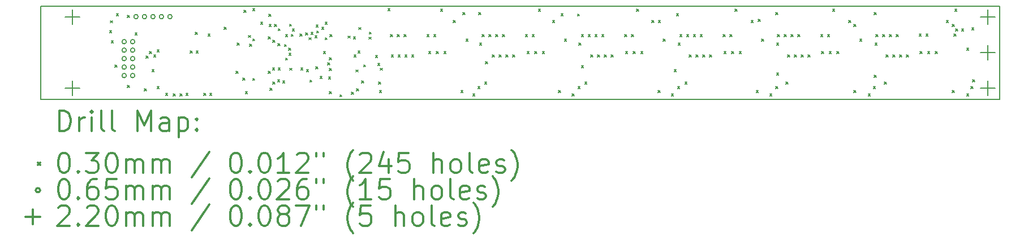
<source format=gbr>
%FSLAX45Y45*%
G04 Gerber Fmt 4.5, Leading zero omitted, Abs format (unit mm)*
G04 Created by KiCad (PCBNEW no-vcs-found-8f3423b~58~ubuntu16.04.1) date Thu Mar 30 22:47:30 2017*
%MOMM*%
%LPD*%
G01*
G04 APERTURE LIST*
%ADD10C,0.127000*%
%ADD11C,0.150000*%
%ADD12C,0.200000*%
%ADD13C,0.300000*%
G04 APERTURE END LIST*
D10*
D11*
X17800000Y-10698500D02*
X3450000Y-10698500D01*
X3450000Y-9301500D02*
X17800000Y-9301500D01*
X15838200Y-10698500D02*
X13818900Y-10698500D01*
X13844300Y-9301500D02*
X15838200Y-9301500D01*
X3450000Y-9301500D02*
X3450000Y-10698500D01*
X17800000Y-10698500D02*
X17800000Y-9301500D01*
D12*
X4482100Y-9667500D02*
X4512100Y-9697500D01*
X4512100Y-9667500D02*
X4482100Y-9697500D01*
X4497340Y-9522720D02*
X4527340Y-9552720D01*
X4527340Y-9522720D02*
X4497340Y-9552720D01*
X4507500Y-9819900D02*
X4537500Y-9849900D01*
X4537500Y-9819900D02*
X4507500Y-9849900D01*
X4560840Y-10188200D02*
X4590840Y-10218200D01*
X4590840Y-10188200D02*
X4560840Y-10218200D01*
X4583700Y-9413500D02*
X4613700Y-9443500D01*
X4613700Y-9413500D02*
X4583700Y-9443500D01*
X4748800Y-9438900D02*
X4778800Y-9468900D01*
X4778800Y-9438900D02*
X4748800Y-9468900D01*
X4748800Y-10493000D02*
X4778800Y-10523000D01*
X4778800Y-10493000D02*
X4748800Y-10523000D01*
X4863100Y-9705600D02*
X4893100Y-9735600D01*
X4893100Y-9705600D02*
X4863100Y-9735600D01*
X5002800Y-10543800D02*
X5032800Y-10573800D01*
X5032800Y-10543800D02*
X5002800Y-10573800D01*
X5028200Y-10048500D02*
X5058200Y-10078500D01*
X5058200Y-10048500D02*
X5028200Y-10078500D01*
X5079000Y-9985000D02*
X5109000Y-10015000D01*
X5109000Y-9985000D02*
X5079000Y-10015000D01*
X5117100Y-10251700D02*
X5147100Y-10281700D01*
X5147100Y-10251700D02*
X5117100Y-10281700D01*
X5142500Y-10035800D02*
X5172500Y-10065800D01*
X5172500Y-10035800D02*
X5142500Y-10065800D01*
X5193300Y-9959600D02*
X5223300Y-9989600D01*
X5223300Y-9959600D02*
X5193300Y-9989600D01*
X5193300Y-10505700D02*
X5223300Y-10535700D01*
X5223300Y-10505700D02*
X5193300Y-10535700D01*
X5320300Y-10607300D02*
X5350300Y-10637300D01*
X5350300Y-10607300D02*
X5320300Y-10637300D01*
X5434600Y-10620000D02*
X5464600Y-10650000D01*
X5464600Y-10620000D02*
X5434600Y-10650000D01*
X5536200Y-10620000D02*
X5566200Y-10650000D01*
X5566200Y-10620000D02*
X5536200Y-10650000D01*
X5625100Y-10607300D02*
X5655100Y-10637300D01*
X5655100Y-10607300D02*
X5625100Y-10637300D01*
X5688600Y-9972300D02*
X5718600Y-10002300D01*
X5718600Y-9972300D02*
X5688600Y-10002300D01*
X5764800Y-9692900D02*
X5794800Y-9722900D01*
X5794800Y-9692900D02*
X5764800Y-9722900D01*
X5777500Y-9972300D02*
X5807500Y-10002300D01*
X5807500Y-9972300D02*
X5777500Y-10002300D01*
X5891800Y-10607300D02*
X5921800Y-10637300D01*
X5921800Y-10607300D02*
X5891800Y-10637300D01*
X5955300Y-9718300D02*
X5985300Y-9748300D01*
X5985300Y-9718300D02*
X5955300Y-9748300D01*
X5980700Y-10607300D02*
X6010700Y-10637300D01*
X6010700Y-10607300D02*
X5980700Y-10637300D01*
X6196600Y-9616700D02*
X6226600Y-9646700D01*
X6226600Y-9616700D02*
X6196600Y-9646700D01*
X6374400Y-10277100D02*
X6404400Y-10307100D01*
X6404400Y-10277100D02*
X6374400Y-10307100D01*
X6393450Y-9858000D02*
X6423450Y-9888000D01*
X6423450Y-9858000D02*
X6393450Y-9888000D01*
X6476000Y-10378700D02*
X6506000Y-10408700D01*
X6506000Y-10378700D02*
X6476000Y-10408700D01*
X6493780Y-9365240D02*
X6523780Y-9395240D01*
X6523780Y-9365240D02*
X6493780Y-9395240D01*
X6514100Y-10581900D02*
X6544100Y-10611900D01*
X6544100Y-10581900D02*
X6514100Y-10611900D01*
X6562360Y-9741160D02*
X6592360Y-9771160D01*
X6592360Y-9741160D02*
X6562360Y-9771160D01*
X6577600Y-9870700D02*
X6607600Y-9900700D01*
X6607600Y-9870700D02*
X6577600Y-9900700D01*
X6623320Y-9791960D02*
X6653320Y-9821960D01*
X6653320Y-9791960D02*
X6623320Y-9821960D01*
X6623320Y-10386320D02*
X6653320Y-10416320D01*
X6653320Y-10386320D02*
X6623320Y-10416320D01*
X6625860Y-9337300D02*
X6655860Y-9367300D01*
X6655860Y-9337300D02*
X6625860Y-9367300D01*
X6742700Y-9540500D02*
X6772700Y-9570500D01*
X6772700Y-9540500D02*
X6742700Y-9570500D01*
X6857000Y-9762750D02*
X6887000Y-9792750D01*
X6887000Y-9762750D02*
X6857000Y-9792750D01*
X6857000Y-10277100D02*
X6887000Y-10307100D01*
X6887000Y-10277100D02*
X6857000Y-10307100D01*
X6867160Y-9423660D02*
X6897160Y-9453660D01*
X6897160Y-9423660D02*
X6867160Y-9453660D01*
X6869700Y-9578600D02*
X6899700Y-9608600D01*
X6899700Y-9578600D02*
X6869700Y-9608600D01*
X6882400Y-10531100D02*
X6912400Y-10561100D01*
X6912400Y-10531100D02*
X6882400Y-10561100D01*
X6920500Y-10226300D02*
X6950500Y-10256300D01*
X6950500Y-10226300D02*
X6920500Y-10256300D01*
X6926850Y-9813550D02*
X6956850Y-9843550D01*
X6956850Y-9813550D02*
X6926850Y-9843550D01*
X6926850Y-10442200D02*
X6956850Y-10472200D01*
X6956850Y-10442200D02*
X6926850Y-10472200D01*
X6952250Y-9578600D02*
X6982250Y-9608600D01*
X6982250Y-9578600D02*
X6952250Y-9608600D01*
X6996700Y-10404100D02*
X7026700Y-10434100D01*
X7026700Y-10404100D02*
X6996700Y-10434100D01*
X7003050Y-9864350D02*
X7033050Y-9894350D01*
X7033050Y-9864350D02*
X7003050Y-9894350D01*
X7006860Y-9639560D02*
X7036860Y-9669560D01*
X7036860Y-9639560D02*
X7006860Y-9669560D01*
X7006860Y-10228840D02*
X7036860Y-10258840D01*
X7036860Y-10228840D02*
X7006860Y-10258840D01*
X7072900Y-10421880D02*
X7102900Y-10451880D01*
X7102900Y-10421880D02*
X7072900Y-10451880D01*
X7098300Y-9877050D02*
X7128300Y-9907050D01*
X7128300Y-9877050D02*
X7098300Y-9907050D01*
X7117350Y-9731000D02*
X7147350Y-9761000D01*
X7147350Y-9731000D02*
X7117350Y-9761000D01*
X7117350Y-10080250D02*
X7147350Y-10110250D01*
X7147350Y-10080250D02*
X7117350Y-10110250D01*
X7161800Y-9934200D02*
X7191800Y-9964200D01*
X7191800Y-9934200D02*
X7161800Y-9964200D01*
X7168150Y-10010400D02*
X7198150Y-10040400D01*
X7198150Y-10010400D02*
X7168150Y-10040400D01*
X7174500Y-9572250D02*
X7204500Y-9602250D01*
X7204500Y-9572250D02*
X7174500Y-9602250D01*
X7180850Y-10232650D02*
X7210850Y-10262650D01*
X7210850Y-10232650D02*
X7180850Y-10262650D01*
X7199900Y-9724650D02*
X7229900Y-9754650D01*
X7229900Y-9724650D02*
X7199900Y-9754650D01*
X7218950Y-9642100D02*
X7248950Y-9672100D01*
X7248950Y-9642100D02*
X7218950Y-9672100D01*
X7333250Y-9718300D02*
X7363250Y-9748300D01*
X7363250Y-9718300D02*
X7333250Y-9748300D01*
X7345950Y-10226300D02*
X7375950Y-10256300D01*
X7375950Y-10226300D02*
X7345950Y-10256300D01*
X7415800Y-9705600D02*
X7445800Y-9735600D01*
X7445800Y-9705600D02*
X7415800Y-9735600D01*
X7428500Y-10251700D02*
X7458500Y-10281700D01*
X7458500Y-10251700D02*
X7428500Y-10281700D01*
X7466600Y-9775450D02*
X7496600Y-9805450D01*
X7496600Y-9775450D02*
X7466600Y-9805450D01*
X7479300Y-10411720D02*
X7509300Y-10441720D01*
X7509300Y-10411720D02*
X7479300Y-10441720D01*
X7498350Y-9692900D02*
X7528350Y-9722900D01*
X7528350Y-9692900D02*
X7498350Y-9722900D01*
X7555500Y-9746240D02*
X7585500Y-9776240D01*
X7585500Y-9746240D02*
X7555500Y-9776240D01*
X7568200Y-10213600D02*
X7598200Y-10243600D01*
X7598200Y-10213600D02*
X7568200Y-10243600D01*
X7574550Y-9584950D02*
X7604550Y-9614950D01*
X7604550Y-9584950D02*
X7574550Y-9614950D01*
X7580900Y-9673850D02*
X7610900Y-9703850D01*
X7610900Y-9673850D02*
X7580900Y-9703850D01*
X7631700Y-10353300D02*
X7661700Y-10383300D01*
X7661700Y-10353300D02*
X7631700Y-10383300D01*
X7657100Y-9616700D02*
X7687100Y-9646700D01*
X7687100Y-9616700D02*
X7657100Y-9646700D01*
X7682500Y-9985000D02*
X7712500Y-10015000D01*
X7712500Y-9985000D02*
X7682500Y-10015000D01*
X7707900Y-9540500D02*
X7737900Y-9570500D01*
X7737900Y-9540500D02*
X7707900Y-9570500D01*
X7707900Y-9776720D02*
X7737900Y-9806720D01*
X7737900Y-9776720D02*
X7707900Y-9806720D01*
X7746000Y-10150100D02*
X7776000Y-10180100D01*
X7776000Y-10150100D02*
X7746000Y-10180100D01*
X7758700Y-10366000D02*
X7788700Y-10396000D01*
X7788700Y-10366000D02*
X7758700Y-10396000D01*
X7771400Y-10073900D02*
X7801400Y-10103900D01*
X7801400Y-10073900D02*
X7771400Y-10103900D01*
X7771400Y-10239000D02*
X7801400Y-10269000D01*
X7801400Y-10239000D02*
X7771400Y-10269000D01*
X7771400Y-10581900D02*
X7801400Y-10611900D01*
X7801400Y-10581900D02*
X7771400Y-10611900D01*
X7779020Y-9730130D02*
X7809020Y-9760130D01*
X7809020Y-9730130D02*
X7779020Y-9760130D01*
X7928880Y-10630160D02*
X7958880Y-10660160D01*
X7958880Y-10630160D02*
X7928880Y-10660160D01*
X8050800Y-9751320D02*
X8080800Y-9781320D01*
X8080800Y-9751320D02*
X8050800Y-9781320D01*
X8101600Y-10594600D02*
X8131600Y-10624600D01*
X8131600Y-10594600D02*
X8101600Y-10624600D01*
X8132080Y-9761480D02*
X8162080Y-9791480D01*
X8162080Y-9761480D02*
X8132080Y-9791480D01*
X8139700Y-10035800D02*
X8169700Y-10065800D01*
X8169700Y-10035800D02*
X8139700Y-10065800D01*
X8171450Y-10258050D02*
X8201450Y-10288050D01*
X8201450Y-10258050D02*
X8171450Y-10288050D01*
X8177800Y-10543800D02*
X8207800Y-10573800D01*
X8207800Y-10543800D02*
X8177800Y-10573800D01*
X8198120Y-9974840D02*
X8228120Y-10004840D01*
X8228120Y-9974840D02*
X8198120Y-10004840D01*
X8213360Y-9624320D02*
X8243360Y-9654320D01*
X8243360Y-9624320D02*
X8213360Y-9654320D01*
X8254000Y-10423150D02*
X8284000Y-10453150D01*
X8284000Y-10423150D02*
X8254000Y-10453150D01*
X8285750Y-10181850D02*
X8315750Y-10211850D01*
X8315750Y-10181850D02*
X8285750Y-10211850D01*
X8365760Y-9766560D02*
X8395760Y-9796560D01*
X8395760Y-9766560D02*
X8365760Y-9796560D01*
X8368300Y-9690360D02*
X8398300Y-9720360D01*
X8398300Y-9690360D02*
X8368300Y-9720360D01*
X8462280Y-10040880D02*
X8492280Y-10070880D01*
X8492280Y-10040880D02*
X8462280Y-10070880D01*
X8495300Y-10162800D02*
X8525300Y-10192800D01*
X8525300Y-10162800D02*
X8495300Y-10192800D01*
X8508000Y-10442200D02*
X8538000Y-10472200D01*
X8538000Y-10442200D02*
X8508000Y-10472200D01*
X8520700Y-10569200D02*
X8550700Y-10599200D01*
X8550700Y-10569200D02*
X8520700Y-10599200D01*
X8533400Y-10232650D02*
X8563400Y-10262650D01*
X8563400Y-10232650D02*
X8533400Y-10262650D01*
X8647700Y-9337300D02*
X8677700Y-9367300D01*
X8677700Y-9337300D02*
X8647700Y-9367300D01*
X8685800Y-9731000D02*
X8715800Y-9761000D01*
X8715800Y-9731000D02*
X8685800Y-9761000D01*
X8698500Y-10035800D02*
X8728500Y-10065800D01*
X8728500Y-10035800D02*
X8698500Y-10065800D01*
X8787400Y-9731000D02*
X8817400Y-9761000D01*
X8817400Y-9731000D02*
X8787400Y-9761000D01*
X8800100Y-10035800D02*
X8830100Y-10065800D01*
X8830100Y-10035800D02*
X8800100Y-10065800D01*
X8889000Y-9731000D02*
X8919000Y-9761000D01*
X8919000Y-9731000D02*
X8889000Y-9761000D01*
X8901700Y-10035800D02*
X8931700Y-10065800D01*
X8931700Y-10035800D02*
X8901700Y-10065800D01*
X9003300Y-10035800D02*
X9033300Y-10065800D01*
X9033300Y-10035800D02*
X9003300Y-10065800D01*
X9231900Y-9731000D02*
X9261900Y-9761000D01*
X9261900Y-9731000D02*
X9231900Y-9761000D01*
X9257300Y-9985000D02*
X9287300Y-10015000D01*
X9287300Y-9985000D02*
X9257300Y-10015000D01*
X9333500Y-9731000D02*
X9363500Y-9761000D01*
X9363500Y-9731000D02*
X9333500Y-9761000D01*
X9371600Y-9985000D02*
X9401600Y-10015000D01*
X9401600Y-9985000D02*
X9371600Y-10015000D01*
X9435100Y-9350000D02*
X9465100Y-9380000D01*
X9465100Y-9350000D02*
X9435100Y-9380000D01*
X9485900Y-9985000D02*
X9515900Y-10015000D01*
X9515900Y-9985000D02*
X9485900Y-10015000D01*
X9625600Y-9515100D02*
X9655600Y-9545100D01*
X9655600Y-9515100D02*
X9625600Y-9545100D01*
X9739900Y-10569200D02*
X9769900Y-10599200D01*
X9769900Y-10569200D02*
X9739900Y-10599200D01*
X9771650Y-9400800D02*
X9801650Y-9430800D01*
X9801650Y-9400800D02*
X9771650Y-9430800D01*
X9816100Y-9794500D02*
X9846100Y-9824500D01*
X9846100Y-9794500D02*
X9816100Y-9824500D01*
X9917700Y-10620000D02*
X9947700Y-10650000D01*
X9947700Y-10620000D02*
X9917700Y-10650000D01*
X9993900Y-10505700D02*
X10023900Y-10535700D01*
X10023900Y-10505700D02*
X9993900Y-10535700D01*
X10006600Y-9400800D02*
X10036600Y-9430800D01*
X10036600Y-9400800D02*
X10006600Y-9430800D01*
X10019300Y-9858000D02*
X10049300Y-9888000D01*
X10049300Y-9858000D02*
X10019300Y-9888000D01*
X10057400Y-9731000D02*
X10087400Y-9761000D01*
X10087400Y-9731000D02*
X10057400Y-9761000D01*
X10095500Y-10442200D02*
X10125500Y-10472200D01*
X10125500Y-10442200D02*
X10095500Y-10472200D01*
X10108200Y-10137400D02*
X10138200Y-10167400D01*
X10138200Y-10137400D02*
X10108200Y-10167400D01*
X10159000Y-9731000D02*
X10189000Y-9761000D01*
X10189000Y-9731000D02*
X10159000Y-9761000D01*
X10209800Y-10035800D02*
X10239800Y-10065800D01*
X10239800Y-10035800D02*
X10209800Y-10065800D01*
X10260600Y-9731000D02*
X10290600Y-9761000D01*
X10290600Y-9731000D02*
X10260600Y-9761000D01*
X10311400Y-10035800D02*
X10341400Y-10065800D01*
X10341400Y-10035800D02*
X10311400Y-10065800D01*
X10362200Y-9731000D02*
X10392200Y-9761000D01*
X10392200Y-9731000D02*
X10362200Y-9761000D01*
X10413000Y-10035800D02*
X10443000Y-10065800D01*
X10443000Y-10035800D02*
X10413000Y-10065800D01*
X10514600Y-10035800D02*
X10544600Y-10065800D01*
X10544600Y-10035800D02*
X10514600Y-10065800D01*
X10705100Y-9731000D02*
X10735100Y-9761000D01*
X10735100Y-9731000D02*
X10705100Y-9761000D01*
X10730500Y-9985000D02*
X10760500Y-10015000D01*
X10760500Y-9985000D02*
X10730500Y-10015000D01*
X10806700Y-9731000D02*
X10836700Y-9761000D01*
X10836700Y-9731000D02*
X10806700Y-9761000D01*
X10844800Y-9985000D02*
X10874800Y-10015000D01*
X10874800Y-9985000D02*
X10844800Y-10015000D01*
X10901950Y-9350000D02*
X10931950Y-9380000D01*
X10931950Y-9350000D02*
X10901950Y-9380000D01*
X10959100Y-9985000D02*
X10989100Y-10015000D01*
X10989100Y-9985000D02*
X10959100Y-10015000D01*
X11111500Y-9515100D02*
X11141500Y-9545100D01*
X11141500Y-9515100D02*
X11111500Y-9545100D01*
X11200400Y-10569200D02*
X11230400Y-10599200D01*
X11230400Y-10569200D02*
X11200400Y-10599200D01*
X11238500Y-9413500D02*
X11268500Y-9443500D01*
X11268500Y-9413500D02*
X11238500Y-9443500D01*
X11289300Y-9794500D02*
X11319300Y-9824500D01*
X11319300Y-9794500D02*
X11289300Y-9824500D01*
X11403600Y-10620000D02*
X11433600Y-10650000D01*
X11433600Y-10620000D02*
X11403600Y-10650000D01*
X11486150Y-9419850D02*
X11516150Y-9449850D01*
X11516150Y-9419850D02*
X11486150Y-9449850D01*
X11492500Y-10505700D02*
X11522500Y-10535700D01*
X11522500Y-10505700D02*
X11492500Y-10535700D01*
X11505200Y-9858000D02*
X11535200Y-9888000D01*
X11535200Y-9858000D02*
X11505200Y-9888000D01*
X11543300Y-9731000D02*
X11573300Y-9761000D01*
X11573300Y-9731000D02*
X11543300Y-9761000D01*
X11543300Y-10194550D02*
X11573300Y-10224550D01*
X11573300Y-10194550D02*
X11543300Y-10224550D01*
X11594100Y-10442200D02*
X11624100Y-10472200D01*
X11624100Y-10442200D02*
X11594100Y-10472200D01*
X11644900Y-9731000D02*
X11674900Y-9761000D01*
X11674900Y-9731000D02*
X11644900Y-9761000D01*
X11683000Y-10035800D02*
X11713000Y-10065800D01*
X11713000Y-10035800D02*
X11683000Y-10065800D01*
X11746500Y-9731000D02*
X11776500Y-9761000D01*
X11776500Y-9731000D02*
X11746500Y-9761000D01*
X11784600Y-10035800D02*
X11814600Y-10065800D01*
X11814600Y-10035800D02*
X11784600Y-10065800D01*
X11848100Y-9731000D02*
X11878100Y-9761000D01*
X11878100Y-9731000D02*
X11848100Y-9761000D01*
X11886200Y-10035800D02*
X11916200Y-10065800D01*
X11916200Y-10035800D02*
X11886200Y-10065800D01*
X11987800Y-10035800D02*
X12017800Y-10065800D01*
X12017800Y-10035800D02*
X11987800Y-10065800D01*
X12191000Y-9731000D02*
X12221000Y-9761000D01*
X12221000Y-9731000D02*
X12191000Y-9761000D01*
X12203700Y-9985000D02*
X12233700Y-10015000D01*
X12233700Y-9985000D02*
X12203700Y-10015000D01*
X12292600Y-9731000D02*
X12322600Y-9761000D01*
X12322600Y-9731000D02*
X12292600Y-9761000D01*
X12318000Y-9985000D02*
X12348000Y-10015000D01*
X12348000Y-9985000D02*
X12318000Y-10015000D01*
X12368800Y-9350000D02*
X12398800Y-9380000D01*
X12398800Y-9350000D02*
X12368800Y-9380000D01*
X12432300Y-9985000D02*
X12462300Y-10015000D01*
X12462300Y-9985000D02*
X12432300Y-10015000D01*
X12597400Y-9515100D02*
X12627400Y-9545100D01*
X12627400Y-9515100D02*
X12597400Y-9545100D01*
X12692650Y-10569200D02*
X12722650Y-10599200D01*
X12722650Y-10569200D02*
X12692650Y-10599200D01*
X12693920Y-9515100D02*
X12723920Y-9545100D01*
X12723920Y-9515100D02*
X12693920Y-9545100D01*
X12768850Y-9794500D02*
X12798850Y-9824500D01*
X12798850Y-9794500D02*
X12768850Y-9824500D01*
X12889500Y-10620000D02*
X12919500Y-10650000D01*
X12919500Y-10620000D02*
X12889500Y-10650000D01*
X12933950Y-10251700D02*
X12963950Y-10281700D01*
X12963950Y-10251700D02*
X12933950Y-10281700D01*
X12965700Y-9413500D02*
X12995700Y-9443500D01*
X12995700Y-9413500D02*
X12965700Y-9443500D01*
X12984750Y-10505700D02*
X13014750Y-10535700D01*
X13014750Y-10505700D02*
X12984750Y-10535700D01*
X12991100Y-9858000D02*
X13021100Y-9888000D01*
X13021100Y-9858000D02*
X12991100Y-9888000D01*
X13016500Y-9731000D02*
X13046500Y-9761000D01*
X13046500Y-9731000D02*
X13016500Y-9761000D01*
X13092700Y-10442200D02*
X13122700Y-10472200D01*
X13122700Y-10442200D02*
X13092700Y-10472200D01*
X13118100Y-9731000D02*
X13148100Y-9761000D01*
X13148100Y-9731000D02*
X13118100Y-9761000D01*
X13156200Y-10035800D02*
X13186200Y-10065800D01*
X13186200Y-10035800D02*
X13156200Y-10065800D01*
X13219700Y-9731000D02*
X13249700Y-9761000D01*
X13249700Y-9731000D02*
X13219700Y-9761000D01*
X13257800Y-10035800D02*
X13287800Y-10065800D01*
X13287800Y-10035800D02*
X13257800Y-10065800D01*
X13321300Y-9731000D02*
X13351300Y-9761000D01*
X13351300Y-9731000D02*
X13321300Y-9761000D01*
X13359400Y-10035800D02*
X13389400Y-10065800D01*
X13389400Y-10035800D02*
X13359400Y-10065800D01*
X13461000Y-10035800D02*
X13491000Y-10065800D01*
X13491000Y-10035800D02*
X13461000Y-10065800D01*
X13664200Y-9731000D02*
X13694200Y-9761000D01*
X13694200Y-9731000D02*
X13664200Y-9761000D01*
X13676900Y-9985000D02*
X13706900Y-10015000D01*
X13706900Y-9985000D02*
X13676900Y-10015000D01*
X13765800Y-9731000D02*
X13795800Y-9761000D01*
X13795800Y-9731000D02*
X13765800Y-9761000D01*
X13791200Y-9985000D02*
X13821200Y-10015000D01*
X13821200Y-9985000D02*
X13791200Y-10015000D01*
X13842000Y-9350000D02*
X13872000Y-9380000D01*
X13872000Y-9350000D02*
X13842000Y-9380000D01*
X13905500Y-9985000D02*
X13935500Y-10015000D01*
X13935500Y-9985000D02*
X13905500Y-10015000D01*
X14083300Y-9515100D02*
X14113300Y-9545100D01*
X14113300Y-9515100D02*
X14083300Y-9545100D01*
X14159500Y-10569200D02*
X14189500Y-10599200D01*
X14189500Y-10569200D02*
X14159500Y-10599200D01*
X14189980Y-9499860D02*
X14219980Y-9529860D01*
X14219980Y-9499860D02*
X14189980Y-9529860D01*
X14242050Y-9794500D02*
X14272050Y-9824500D01*
X14272050Y-9794500D02*
X14242050Y-9824500D01*
X14362700Y-10620000D02*
X14392700Y-10650000D01*
X14392700Y-10620000D02*
X14362700Y-10650000D01*
X14451600Y-9400800D02*
X14481600Y-9430800D01*
X14481600Y-9400800D02*
X14451600Y-9430800D01*
X14451600Y-10505700D02*
X14481600Y-10535700D01*
X14481600Y-10505700D02*
X14451600Y-10535700D01*
X14464300Y-9858000D02*
X14494300Y-9888000D01*
X14494300Y-9858000D02*
X14464300Y-9888000D01*
X14464300Y-10302500D02*
X14494300Y-10332500D01*
X14494300Y-10302500D02*
X14464300Y-10332500D01*
X14477000Y-9731000D02*
X14507000Y-9761000D01*
X14507000Y-9731000D02*
X14477000Y-9761000D01*
X14578600Y-9731000D02*
X14608600Y-9761000D01*
X14608600Y-9731000D02*
X14578600Y-9761000D01*
X14604000Y-10442200D02*
X14634000Y-10472200D01*
X14634000Y-10442200D02*
X14604000Y-10472200D01*
X14629400Y-10035800D02*
X14659400Y-10065800D01*
X14659400Y-10035800D02*
X14629400Y-10065800D01*
X14680200Y-9731000D02*
X14710200Y-9761000D01*
X14710200Y-9731000D02*
X14680200Y-9761000D01*
X14731000Y-10035800D02*
X14761000Y-10065800D01*
X14761000Y-10035800D02*
X14731000Y-10065800D01*
X14781800Y-9731000D02*
X14811800Y-9761000D01*
X14811800Y-9731000D02*
X14781800Y-9761000D01*
X14832600Y-10035800D02*
X14862600Y-10065800D01*
X14862600Y-10035800D02*
X14832600Y-10065800D01*
X14934200Y-10035800D02*
X14964200Y-10065800D01*
X14964200Y-10035800D02*
X14934200Y-10065800D01*
X15124700Y-9731000D02*
X15154700Y-9761000D01*
X15154700Y-9731000D02*
X15124700Y-9761000D01*
X15137400Y-9985000D02*
X15167400Y-10015000D01*
X15167400Y-9985000D02*
X15137400Y-10015000D01*
X15226300Y-9731000D02*
X15256300Y-9761000D01*
X15256300Y-9731000D02*
X15226300Y-9761000D01*
X15251700Y-9985000D02*
X15281700Y-10015000D01*
X15281700Y-9985000D02*
X15251700Y-10015000D01*
X15302500Y-9350000D02*
X15332500Y-9380000D01*
X15332500Y-9350000D02*
X15302500Y-9380000D01*
X15366000Y-9985000D02*
X15396000Y-10015000D01*
X15396000Y-9985000D02*
X15366000Y-10015000D01*
X15543800Y-9515100D02*
X15573800Y-9545100D01*
X15573800Y-9515100D02*
X15543800Y-9545100D01*
X15620000Y-9578600D02*
X15650000Y-9608600D01*
X15650000Y-9578600D02*
X15620000Y-9608600D01*
X15620000Y-10569200D02*
X15650000Y-10599200D01*
X15650000Y-10569200D02*
X15620000Y-10599200D01*
X15708900Y-9794500D02*
X15738900Y-9824500D01*
X15738900Y-9794500D02*
X15708900Y-9824500D01*
X15835900Y-10620000D02*
X15865900Y-10650000D01*
X15865900Y-10620000D02*
X15835900Y-10650000D01*
X15912100Y-10505700D02*
X15942100Y-10535700D01*
X15942100Y-10505700D02*
X15912100Y-10535700D01*
X15924800Y-9400800D02*
X15954800Y-9430800D01*
X15954800Y-9400800D02*
X15924800Y-9430800D01*
X15924800Y-10340600D02*
X15954800Y-10370600D01*
X15954800Y-10340600D02*
X15924800Y-10370600D01*
X15937500Y-9858000D02*
X15967500Y-9888000D01*
X15967500Y-9858000D02*
X15937500Y-9888000D01*
X15950200Y-9731000D02*
X15980200Y-9761000D01*
X15980200Y-9731000D02*
X15950200Y-9761000D01*
X16051800Y-9731000D02*
X16081800Y-9761000D01*
X16081800Y-9731000D02*
X16051800Y-9761000D01*
X16077200Y-10442200D02*
X16107200Y-10472200D01*
X16107200Y-10442200D02*
X16077200Y-10472200D01*
X16102600Y-10035800D02*
X16132600Y-10065800D01*
X16132600Y-10035800D02*
X16102600Y-10065800D01*
X16153400Y-9731000D02*
X16183400Y-9761000D01*
X16183400Y-9731000D02*
X16153400Y-9761000D01*
X16204200Y-10035800D02*
X16234200Y-10065800D01*
X16234200Y-10035800D02*
X16204200Y-10065800D01*
X16255000Y-9731000D02*
X16285000Y-9761000D01*
X16285000Y-9731000D02*
X16255000Y-9761000D01*
X16305800Y-10035800D02*
X16335800Y-10065800D01*
X16335800Y-10035800D02*
X16305800Y-10065800D01*
X16407400Y-10035800D02*
X16437400Y-10065800D01*
X16437400Y-10035800D02*
X16407400Y-10065800D01*
X16597900Y-9718300D02*
X16627900Y-9748300D01*
X16627900Y-9718300D02*
X16597900Y-9748300D01*
X16610600Y-9985000D02*
X16640600Y-10015000D01*
X16640600Y-9985000D02*
X16610600Y-10015000D01*
X16699500Y-9718300D02*
X16729500Y-9748300D01*
X16729500Y-9718300D02*
X16699500Y-9748300D01*
X16724900Y-9985000D02*
X16754900Y-10015000D01*
X16754900Y-9985000D02*
X16724900Y-10015000D01*
X16839200Y-9985000D02*
X16869200Y-10015000D01*
X16869200Y-9985000D02*
X16839200Y-10015000D01*
X17004300Y-9515100D02*
X17034300Y-9545100D01*
X17034300Y-9515100D02*
X17004300Y-9545100D01*
X17093200Y-9578600D02*
X17123200Y-9608600D01*
X17123200Y-9578600D02*
X17093200Y-9608600D01*
X17093200Y-10569200D02*
X17123200Y-10599200D01*
X17123200Y-10569200D02*
X17093200Y-10599200D01*
X17118600Y-9718300D02*
X17148600Y-9748300D01*
X17148600Y-9718300D02*
X17118600Y-9748300D01*
X17131300Y-9350000D02*
X17161300Y-9380000D01*
X17161300Y-9350000D02*
X17131300Y-9380000D01*
X17144000Y-9642100D02*
X17174000Y-9672100D01*
X17174000Y-9642100D02*
X17144000Y-9672100D01*
X17232900Y-9642100D02*
X17262900Y-9672100D01*
X17262900Y-9642100D02*
X17232900Y-9672100D01*
X17309100Y-9934200D02*
X17339100Y-9964200D01*
X17339100Y-9934200D02*
X17309100Y-9964200D01*
X17309100Y-10620000D02*
X17339100Y-10650000D01*
X17339100Y-10620000D02*
X17309100Y-10650000D01*
X17372600Y-10505700D02*
X17402600Y-10535700D01*
X17402600Y-10505700D02*
X17372600Y-10535700D01*
X17385300Y-9629400D02*
X17415300Y-9659400D01*
X17415300Y-9629400D02*
X17385300Y-9659400D01*
X17398000Y-10404100D02*
X17428000Y-10434100D01*
X17428000Y-10404100D02*
X17398000Y-10434100D01*
X4732800Y-9834900D02*
G75*
G03X4732800Y-9834900I-32500J0D01*
G01*
X4732800Y-9961900D02*
G75*
G03X4732800Y-9961900I-32500J0D01*
G01*
X4732800Y-10088900D02*
G75*
G03X4732800Y-10088900I-32500J0D01*
G01*
X4732800Y-10215900D02*
G75*
G03X4732800Y-10215900I-32500J0D01*
G01*
X4732800Y-10342900D02*
G75*
G03X4732800Y-10342900I-32500J0D01*
G01*
X4859800Y-9834900D02*
G75*
G03X4859800Y-9834900I-32500J0D01*
G01*
X4859800Y-9961900D02*
G75*
G03X4859800Y-9961900I-32500J0D01*
G01*
X4859800Y-10088900D02*
G75*
G03X4859800Y-10088900I-32500J0D01*
G01*
X4859800Y-10215900D02*
G75*
G03X4859800Y-10215900I-32500J0D01*
G01*
X4859800Y-10342900D02*
G75*
G03X4859800Y-10342900I-32500J0D01*
G01*
X4910600Y-9460250D02*
G75*
G03X4910600Y-9460250I-32500J0D01*
G01*
X5037600Y-9460250D02*
G75*
G03X5037600Y-9460250I-32500J0D01*
G01*
X5164600Y-9460250D02*
G75*
G03X5164600Y-9460250I-32500J0D01*
G01*
X5291600Y-9460250D02*
G75*
G03X5291600Y-9460250I-32500J0D01*
G01*
X5418600Y-9460250D02*
G75*
G03X5418600Y-9460250I-32500J0D01*
G01*
X3925600Y-9356600D02*
X3925600Y-9576600D01*
X3815600Y-9466600D02*
X4035600Y-9466600D01*
X3925600Y-10423400D02*
X3925600Y-10643400D01*
X3815600Y-10533400D02*
X4035600Y-10533400D01*
X17628900Y-9356600D02*
X17628900Y-9576600D01*
X17518900Y-9466600D02*
X17738900Y-9466600D01*
X17628900Y-9890000D02*
X17628900Y-10110000D01*
X17518900Y-10000000D02*
X17738900Y-10000000D01*
X17628900Y-10423400D02*
X17628900Y-10643400D01*
X17518900Y-10533400D02*
X17738900Y-10533400D01*
D13*
X3728928Y-11171714D02*
X3728928Y-10871714D01*
X3800357Y-10871714D01*
X3843214Y-10886000D01*
X3871786Y-10914572D01*
X3886071Y-10943143D01*
X3900357Y-11000286D01*
X3900357Y-11043143D01*
X3886071Y-11100286D01*
X3871786Y-11128857D01*
X3843214Y-11157429D01*
X3800357Y-11171714D01*
X3728928Y-11171714D01*
X4028928Y-11171714D02*
X4028928Y-10971714D01*
X4028928Y-11028857D02*
X4043214Y-11000286D01*
X4057500Y-10986000D01*
X4086071Y-10971714D01*
X4114643Y-10971714D01*
X4214643Y-11171714D02*
X4214643Y-10971714D01*
X4214643Y-10871714D02*
X4200357Y-10886000D01*
X4214643Y-10900286D01*
X4228928Y-10886000D01*
X4214643Y-10871714D01*
X4214643Y-10900286D01*
X4400357Y-11171714D02*
X4371786Y-11157429D01*
X4357500Y-11128857D01*
X4357500Y-10871714D01*
X4557500Y-11171714D02*
X4528928Y-11157429D01*
X4514643Y-11128857D01*
X4514643Y-10871714D01*
X4900357Y-11171714D02*
X4900357Y-10871714D01*
X5000357Y-11086000D01*
X5100357Y-10871714D01*
X5100357Y-11171714D01*
X5371786Y-11171714D02*
X5371786Y-11014572D01*
X5357500Y-10986000D01*
X5328928Y-10971714D01*
X5271786Y-10971714D01*
X5243214Y-10986000D01*
X5371786Y-11157429D02*
X5343214Y-11171714D01*
X5271786Y-11171714D01*
X5243214Y-11157429D01*
X5228928Y-11128857D01*
X5228928Y-11100286D01*
X5243214Y-11071714D01*
X5271786Y-11057429D01*
X5343214Y-11057429D01*
X5371786Y-11043143D01*
X5514643Y-10971714D02*
X5514643Y-11271714D01*
X5514643Y-10986000D02*
X5543214Y-10971714D01*
X5600357Y-10971714D01*
X5628928Y-10986000D01*
X5643214Y-11000286D01*
X5657500Y-11028857D01*
X5657500Y-11114572D01*
X5643214Y-11143143D01*
X5628928Y-11157429D01*
X5600357Y-11171714D01*
X5543214Y-11171714D01*
X5514643Y-11157429D01*
X5786071Y-11143143D02*
X5800357Y-11157429D01*
X5786071Y-11171714D01*
X5771786Y-11157429D01*
X5786071Y-11143143D01*
X5786071Y-11171714D01*
X5786071Y-10986000D02*
X5800357Y-11000286D01*
X5786071Y-11014572D01*
X5771786Y-11000286D01*
X5786071Y-10986000D01*
X5786071Y-11014572D01*
X3412500Y-11651000D02*
X3442500Y-11681000D01*
X3442500Y-11651000D02*
X3412500Y-11681000D01*
X3786071Y-11501714D02*
X3814643Y-11501714D01*
X3843214Y-11516000D01*
X3857500Y-11530286D01*
X3871786Y-11558857D01*
X3886071Y-11616000D01*
X3886071Y-11687429D01*
X3871786Y-11744571D01*
X3857500Y-11773143D01*
X3843214Y-11787429D01*
X3814643Y-11801714D01*
X3786071Y-11801714D01*
X3757500Y-11787429D01*
X3743214Y-11773143D01*
X3728928Y-11744571D01*
X3714643Y-11687429D01*
X3714643Y-11616000D01*
X3728928Y-11558857D01*
X3743214Y-11530286D01*
X3757500Y-11516000D01*
X3786071Y-11501714D01*
X4014643Y-11773143D02*
X4028928Y-11787429D01*
X4014643Y-11801714D01*
X4000357Y-11787429D01*
X4014643Y-11773143D01*
X4014643Y-11801714D01*
X4128928Y-11501714D02*
X4314643Y-11501714D01*
X4214643Y-11616000D01*
X4257500Y-11616000D01*
X4286071Y-11630286D01*
X4300357Y-11644571D01*
X4314643Y-11673143D01*
X4314643Y-11744571D01*
X4300357Y-11773143D01*
X4286071Y-11787429D01*
X4257500Y-11801714D01*
X4171786Y-11801714D01*
X4143214Y-11787429D01*
X4128928Y-11773143D01*
X4500357Y-11501714D02*
X4528928Y-11501714D01*
X4557500Y-11516000D01*
X4571786Y-11530286D01*
X4586071Y-11558857D01*
X4600357Y-11616000D01*
X4600357Y-11687429D01*
X4586071Y-11744571D01*
X4571786Y-11773143D01*
X4557500Y-11787429D01*
X4528928Y-11801714D01*
X4500357Y-11801714D01*
X4471786Y-11787429D01*
X4457500Y-11773143D01*
X4443214Y-11744571D01*
X4428928Y-11687429D01*
X4428928Y-11616000D01*
X4443214Y-11558857D01*
X4457500Y-11530286D01*
X4471786Y-11516000D01*
X4500357Y-11501714D01*
X4728928Y-11801714D02*
X4728928Y-11601714D01*
X4728928Y-11630286D02*
X4743214Y-11616000D01*
X4771786Y-11601714D01*
X4814643Y-11601714D01*
X4843214Y-11616000D01*
X4857500Y-11644571D01*
X4857500Y-11801714D01*
X4857500Y-11644571D02*
X4871786Y-11616000D01*
X4900357Y-11601714D01*
X4943214Y-11601714D01*
X4971786Y-11616000D01*
X4986071Y-11644571D01*
X4986071Y-11801714D01*
X5128928Y-11801714D02*
X5128928Y-11601714D01*
X5128928Y-11630286D02*
X5143214Y-11616000D01*
X5171786Y-11601714D01*
X5214643Y-11601714D01*
X5243214Y-11616000D01*
X5257500Y-11644571D01*
X5257500Y-11801714D01*
X5257500Y-11644571D02*
X5271786Y-11616000D01*
X5300357Y-11601714D01*
X5343214Y-11601714D01*
X5371786Y-11616000D01*
X5386071Y-11644571D01*
X5386071Y-11801714D01*
X5971786Y-11487429D02*
X5714643Y-11873143D01*
X6357500Y-11501714D02*
X6386071Y-11501714D01*
X6414643Y-11516000D01*
X6428928Y-11530286D01*
X6443214Y-11558857D01*
X6457500Y-11616000D01*
X6457500Y-11687429D01*
X6443214Y-11744571D01*
X6428928Y-11773143D01*
X6414643Y-11787429D01*
X6386071Y-11801714D01*
X6357500Y-11801714D01*
X6328928Y-11787429D01*
X6314643Y-11773143D01*
X6300357Y-11744571D01*
X6286071Y-11687429D01*
X6286071Y-11616000D01*
X6300357Y-11558857D01*
X6314643Y-11530286D01*
X6328928Y-11516000D01*
X6357500Y-11501714D01*
X6586071Y-11773143D02*
X6600357Y-11787429D01*
X6586071Y-11801714D01*
X6571786Y-11787429D01*
X6586071Y-11773143D01*
X6586071Y-11801714D01*
X6786071Y-11501714D02*
X6814643Y-11501714D01*
X6843214Y-11516000D01*
X6857500Y-11530286D01*
X6871786Y-11558857D01*
X6886071Y-11616000D01*
X6886071Y-11687429D01*
X6871786Y-11744571D01*
X6857500Y-11773143D01*
X6843214Y-11787429D01*
X6814643Y-11801714D01*
X6786071Y-11801714D01*
X6757500Y-11787429D01*
X6743214Y-11773143D01*
X6728928Y-11744571D01*
X6714643Y-11687429D01*
X6714643Y-11616000D01*
X6728928Y-11558857D01*
X6743214Y-11530286D01*
X6757500Y-11516000D01*
X6786071Y-11501714D01*
X7171786Y-11801714D02*
X7000357Y-11801714D01*
X7086071Y-11801714D02*
X7086071Y-11501714D01*
X7057500Y-11544571D01*
X7028928Y-11573143D01*
X7000357Y-11587429D01*
X7286071Y-11530286D02*
X7300357Y-11516000D01*
X7328928Y-11501714D01*
X7400357Y-11501714D01*
X7428928Y-11516000D01*
X7443214Y-11530286D01*
X7457500Y-11558857D01*
X7457500Y-11587429D01*
X7443214Y-11630286D01*
X7271786Y-11801714D01*
X7457500Y-11801714D01*
X7571786Y-11501714D02*
X7571786Y-11558857D01*
X7686071Y-11501714D02*
X7686071Y-11558857D01*
X8128928Y-11916000D02*
X8114643Y-11901714D01*
X8086071Y-11858857D01*
X8071786Y-11830286D01*
X8057500Y-11787429D01*
X8043214Y-11716000D01*
X8043214Y-11658857D01*
X8057500Y-11587429D01*
X8071786Y-11544571D01*
X8086071Y-11516000D01*
X8114643Y-11473143D01*
X8128928Y-11458857D01*
X8228928Y-11530286D02*
X8243214Y-11516000D01*
X8271786Y-11501714D01*
X8343214Y-11501714D01*
X8371786Y-11516000D01*
X8386071Y-11530286D01*
X8400357Y-11558857D01*
X8400357Y-11587429D01*
X8386071Y-11630286D01*
X8214643Y-11801714D01*
X8400357Y-11801714D01*
X8657500Y-11601714D02*
X8657500Y-11801714D01*
X8586071Y-11487429D02*
X8514643Y-11701714D01*
X8700357Y-11701714D01*
X8957500Y-11501714D02*
X8814643Y-11501714D01*
X8800357Y-11644571D01*
X8814643Y-11630286D01*
X8843214Y-11616000D01*
X8914643Y-11616000D01*
X8943214Y-11630286D01*
X8957500Y-11644571D01*
X8971786Y-11673143D01*
X8971786Y-11744571D01*
X8957500Y-11773143D01*
X8943214Y-11787429D01*
X8914643Y-11801714D01*
X8843214Y-11801714D01*
X8814643Y-11787429D01*
X8800357Y-11773143D01*
X9328928Y-11801714D02*
X9328928Y-11501714D01*
X9457500Y-11801714D02*
X9457500Y-11644571D01*
X9443214Y-11616000D01*
X9414643Y-11601714D01*
X9371786Y-11601714D01*
X9343214Y-11616000D01*
X9328928Y-11630286D01*
X9643214Y-11801714D02*
X9614643Y-11787429D01*
X9600357Y-11773143D01*
X9586071Y-11744571D01*
X9586071Y-11658857D01*
X9600357Y-11630286D01*
X9614643Y-11616000D01*
X9643214Y-11601714D01*
X9686071Y-11601714D01*
X9714643Y-11616000D01*
X9728928Y-11630286D01*
X9743214Y-11658857D01*
X9743214Y-11744571D01*
X9728928Y-11773143D01*
X9714643Y-11787429D01*
X9686071Y-11801714D01*
X9643214Y-11801714D01*
X9914643Y-11801714D02*
X9886071Y-11787429D01*
X9871786Y-11758857D01*
X9871786Y-11501714D01*
X10143214Y-11787429D02*
X10114643Y-11801714D01*
X10057500Y-11801714D01*
X10028928Y-11787429D01*
X10014643Y-11758857D01*
X10014643Y-11644571D01*
X10028928Y-11616000D01*
X10057500Y-11601714D01*
X10114643Y-11601714D01*
X10143214Y-11616000D01*
X10157500Y-11644571D01*
X10157500Y-11673143D01*
X10014643Y-11701714D01*
X10271786Y-11787429D02*
X10300357Y-11801714D01*
X10357500Y-11801714D01*
X10386071Y-11787429D01*
X10400357Y-11758857D01*
X10400357Y-11744571D01*
X10386071Y-11716000D01*
X10357500Y-11701714D01*
X10314643Y-11701714D01*
X10286071Y-11687429D01*
X10271786Y-11658857D01*
X10271786Y-11644571D01*
X10286071Y-11616000D01*
X10314643Y-11601714D01*
X10357500Y-11601714D01*
X10386071Y-11616000D01*
X10500357Y-11916000D02*
X10514643Y-11901714D01*
X10543214Y-11858857D01*
X10557500Y-11830286D01*
X10571786Y-11787429D01*
X10586071Y-11716000D01*
X10586071Y-11658857D01*
X10571786Y-11587429D01*
X10557500Y-11544571D01*
X10543214Y-11516000D01*
X10514643Y-11473143D01*
X10500357Y-11458857D01*
X3442500Y-12062000D02*
G75*
G03X3442500Y-12062000I-32500J0D01*
G01*
X3786071Y-11897714D02*
X3814643Y-11897714D01*
X3843214Y-11912000D01*
X3857500Y-11926286D01*
X3871786Y-11954857D01*
X3886071Y-12012000D01*
X3886071Y-12083429D01*
X3871786Y-12140571D01*
X3857500Y-12169143D01*
X3843214Y-12183429D01*
X3814643Y-12197714D01*
X3786071Y-12197714D01*
X3757500Y-12183429D01*
X3743214Y-12169143D01*
X3728928Y-12140571D01*
X3714643Y-12083429D01*
X3714643Y-12012000D01*
X3728928Y-11954857D01*
X3743214Y-11926286D01*
X3757500Y-11912000D01*
X3786071Y-11897714D01*
X4014643Y-12169143D02*
X4028928Y-12183429D01*
X4014643Y-12197714D01*
X4000357Y-12183429D01*
X4014643Y-12169143D01*
X4014643Y-12197714D01*
X4286071Y-11897714D02*
X4228928Y-11897714D01*
X4200357Y-11912000D01*
X4186071Y-11926286D01*
X4157500Y-11969143D01*
X4143214Y-12026286D01*
X4143214Y-12140571D01*
X4157500Y-12169143D01*
X4171786Y-12183429D01*
X4200357Y-12197714D01*
X4257500Y-12197714D01*
X4286071Y-12183429D01*
X4300357Y-12169143D01*
X4314643Y-12140571D01*
X4314643Y-12069143D01*
X4300357Y-12040571D01*
X4286071Y-12026286D01*
X4257500Y-12012000D01*
X4200357Y-12012000D01*
X4171786Y-12026286D01*
X4157500Y-12040571D01*
X4143214Y-12069143D01*
X4586071Y-11897714D02*
X4443214Y-11897714D01*
X4428928Y-12040571D01*
X4443214Y-12026286D01*
X4471786Y-12012000D01*
X4543214Y-12012000D01*
X4571786Y-12026286D01*
X4586071Y-12040571D01*
X4600357Y-12069143D01*
X4600357Y-12140571D01*
X4586071Y-12169143D01*
X4571786Y-12183429D01*
X4543214Y-12197714D01*
X4471786Y-12197714D01*
X4443214Y-12183429D01*
X4428928Y-12169143D01*
X4728928Y-12197714D02*
X4728928Y-11997714D01*
X4728928Y-12026286D02*
X4743214Y-12012000D01*
X4771786Y-11997714D01*
X4814643Y-11997714D01*
X4843214Y-12012000D01*
X4857500Y-12040571D01*
X4857500Y-12197714D01*
X4857500Y-12040571D02*
X4871786Y-12012000D01*
X4900357Y-11997714D01*
X4943214Y-11997714D01*
X4971786Y-12012000D01*
X4986071Y-12040571D01*
X4986071Y-12197714D01*
X5128928Y-12197714D02*
X5128928Y-11997714D01*
X5128928Y-12026286D02*
X5143214Y-12012000D01*
X5171786Y-11997714D01*
X5214643Y-11997714D01*
X5243214Y-12012000D01*
X5257500Y-12040571D01*
X5257500Y-12197714D01*
X5257500Y-12040571D02*
X5271786Y-12012000D01*
X5300357Y-11997714D01*
X5343214Y-11997714D01*
X5371786Y-12012000D01*
X5386071Y-12040571D01*
X5386071Y-12197714D01*
X5971786Y-11883429D02*
X5714643Y-12269143D01*
X6357500Y-11897714D02*
X6386071Y-11897714D01*
X6414643Y-11912000D01*
X6428928Y-11926286D01*
X6443214Y-11954857D01*
X6457500Y-12012000D01*
X6457500Y-12083429D01*
X6443214Y-12140571D01*
X6428928Y-12169143D01*
X6414643Y-12183429D01*
X6386071Y-12197714D01*
X6357500Y-12197714D01*
X6328928Y-12183429D01*
X6314643Y-12169143D01*
X6300357Y-12140571D01*
X6286071Y-12083429D01*
X6286071Y-12012000D01*
X6300357Y-11954857D01*
X6314643Y-11926286D01*
X6328928Y-11912000D01*
X6357500Y-11897714D01*
X6586071Y-12169143D02*
X6600357Y-12183429D01*
X6586071Y-12197714D01*
X6571786Y-12183429D01*
X6586071Y-12169143D01*
X6586071Y-12197714D01*
X6786071Y-11897714D02*
X6814643Y-11897714D01*
X6843214Y-11912000D01*
X6857500Y-11926286D01*
X6871786Y-11954857D01*
X6886071Y-12012000D01*
X6886071Y-12083429D01*
X6871786Y-12140571D01*
X6857500Y-12169143D01*
X6843214Y-12183429D01*
X6814643Y-12197714D01*
X6786071Y-12197714D01*
X6757500Y-12183429D01*
X6743214Y-12169143D01*
X6728928Y-12140571D01*
X6714643Y-12083429D01*
X6714643Y-12012000D01*
X6728928Y-11954857D01*
X6743214Y-11926286D01*
X6757500Y-11912000D01*
X6786071Y-11897714D01*
X7000357Y-11926286D02*
X7014643Y-11912000D01*
X7043214Y-11897714D01*
X7114643Y-11897714D01*
X7143214Y-11912000D01*
X7157500Y-11926286D01*
X7171786Y-11954857D01*
X7171786Y-11983429D01*
X7157500Y-12026286D01*
X6986071Y-12197714D01*
X7171786Y-12197714D01*
X7428928Y-11897714D02*
X7371786Y-11897714D01*
X7343214Y-11912000D01*
X7328928Y-11926286D01*
X7300357Y-11969143D01*
X7286071Y-12026286D01*
X7286071Y-12140571D01*
X7300357Y-12169143D01*
X7314643Y-12183429D01*
X7343214Y-12197714D01*
X7400357Y-12197714D01*
X7428928Y-12183429D01*
X7443214Y-12169143D01*
X7457500Y-12140571D01*
X7457500Y-12069143D01*
X7443214Y-12040571D01*
X7428928Y-12026286D01*
X7400357Y-12012000D01*
X7343214Y-12012000D01*
X7314643Y-12026286D01*
X7300357Y-12040571D01*
X7286071Y-12069143D01*
X7571786Y-11897714D02*
X7571786Y-11954857D01*
X7686071Y-11897714D02*
X7686071Y-11954857D01*
X8128928Y-12312000D02*
X8114643Y-12297714D01*
X8086071Y-12254857D01*
X8071786Y-12226286D01*
X8057500Y-12183429D01*
X8043214Y-12112000D01*
X8043214Y-12054857D01*
X8057500Y-11983429D01*
X8071786Y-11940571D01*
X8086071Y-11912000D01*
X8114643Y-11869143D01*
X8128928Y-11854857D01*
X8400357Y-12197714D02*
X8228928Y-12197714D01*
X8314643Y-12197714D02*
X8314643Y-11897714D01*
X8286071Y-11940571D01*
X8257500Y-11969143D01*
X8228928Y-11983429D01*
X8671786Y-11897714D02*
X8528928Y-11897714D01*
X8514643Y-12040571D01*
X8528928Y-12026286D01*
X8557500Y-12012000D01*
X8628928Y-12012000D01*
X8657500Y-12026286D01*
X8671786Y-12040571D01*
X8686071Y-12069143D01*
X8686071Y-12140571D01*
X8671786Y-12169143D01*
X8657500Y-12183429D01*
X8628928Y-12197714D01*
X8557500Y-12197714D01*
X8528928Y-12183429D01*
X8514643Y-12169143D01*
X9043214Y-12197714D02*
X9043214Y-11897714D01*
X9171786Y-12197714D02*
X9171786Y-12040571D01*
X9157500Y-12012000D01*
X9128928Y-11997714D01*
X9086071Y-11997714D01*
X9057500Y-12012000D01*
X9043214Y-12026286D01*
X9357500Y-12197714D02*
X9328928Y-12183429D01*
X9314643Y-12169143D01*
X9300357Y-12140571D01*
X9300357Y-12054857D01*
X9314643Y-12026286D01*
X9328928Y-12012000D01*
X9357500Y-11997714D01*
X9400357Y-11997714D01*
X9428928Y-12012000D01*
X9443214Y-12026286D01*
X9457500Y-12054857D01*
X9457500Y-12140571D01*
X9443214Y-12169143D01*
X9428928Y-12183429D01*
X9400357Y-12197714D01*
X9357500Y-12197714D01*
X9628928Y-12197714D02*
X9600357Y-12183429D01*
X9586071Y-12154857D01*
X9586071Y-11897714D01*
X9857500Y-12183429D02*
X9828928Y-12197714D01*
X9771786Y-12197714D01*
X9743214Y-12183429D01*
X9728928Y-12154857D01*
X9728928Y-12040571D01*
X9743214Y-12012000D01*
X9771786Y-11997714D01*
X9828928Y-11997714D01*
X9857500Y-12012000D01*
X9871786Y-12040571D01*
X9871786Y-12069143D01*
X9728928Y-12097714D01*
X9986071Y-12183429D02*
X10014643Y-12197714D01*
X10071786Y-12197714D01*
X10100357Y-12183429D01*
X10114643Y-12154857D01*
X10114643Y-12140571D01*
X10100357Y-12112000D01*
X10071786Y-12097714D01*
X10028928Y-12097714D01*
X10000357Y-12083429D01*
X9986071Y-12054857D01*
X9986071Y-12040571D01*
X10000357Y-12012000D01*
X10028928Y-11997714D01*
X10071786Y-11997714D01*
X10100357Y-12012000D01*
X10214643Y-12312000D02*
X10228928Y-12297714D01*
X10257500Y-12254857D01*
X10271786Y-12226286D01*
X10286071Y-12183429D01*
X10300357Y-12112000D01*
X10300357Y-12054857D01*
X10286071Y-11983429D01*
X10271786Y-11940571D01*
X10257500Y-11912000D01*
X10228928Y-11869143D01*
X10214643Y-11854857D01*
X3332500Y-12348000D02*
X3332500Y-12568000D01*
X3222500Y-12458000D02*
X3442500Y-12458000D01*
X3714643Y-12322286D02*
X3728928Y-12308000D01*
X3757500Y-12293714D01*
X3828928Y-12293714D01*
X3857500Y-12308000D01*
X3871786Y-12322286D01*
X3886071Y-12350857D01*
X3886071Y-12379429D01*
X3871786Y-12422286D01*
X3700357Y-12593714D01*
X3886071Y-12593714D01*
X4014643Y-12565143D02*
X4028928Y-12579429D01*
X4014643Y-12593714D01*
X4000357Y-12579429D01*
X4014643Y-12565143D01*
X4014643Y-12593714D01*
X4143214Y-12322286D02*
X4157500Y-12308000D01*
X4186071Y-12293714D01*
X4257500Y-12293714D01*
X4286071Y-12308000D01*
X4300357Y-12322286D01*
X4314643Y-12350857D01*
X4314643Y-12379429D01*
X4300357Y-12422286D01*
X4128928Y-12593714D01*
X4314643Y-12593714D01*
X4500357Y-12293714D02*
X4528928Y-12293714D01*
X4557500Y-12308000D01*
X4571786Y-12322286D01*
X4586071Y-12350857D01*
X4600357Y-12408000D01*
X4600357Y-12479429D01*
X4586071Y-12536571D01*
X4571786Y-12565143D01*
X4557500Y-12579429D01*
X4528928Y-12593714D01*
X4500357Y-12593714D01*
X4471786Y-12579429D01*
X4457500Y-12565143D01*
X4443214Y-12536571D01*
X4428928Y-12479429D01*
X4428928Y-12408000D01*
X4443214Y-12350857D01*
X4457500Y-12322286D01*
X4471786Y-12308000D01*
X4500357Y-12293714D01*
X4728928Y-12593714D02*
X4728928Y-12393714D01*
X4728928Y-12422286D02*
X4743214Y-12408000D01*
X4771786Y-12393714D01*
X4814643Y-12393714D01*
X4843214Y-12408000D01*
X4857500Y-12436571D01*
X4857500Y-12593714D01*
X4857500Y-12436571D02*
X4871786Y-12408000D01*
X4900357Y-12393714D01*
X4943214Y-12393714D01*
X4971786Y-12408000D01*
X4986071Y-12436571D01*
X4986071Y-12593714D01*
X5128928Y-12593714D02*
X5128928Y-12393714D01*
X5128928Y-12422286D02*
X5143214Y-12408000D01*
X5171786Y-12393714D01*
X5214643Y-12393714D01*
X5243214Y-12408000D01*
X5257500Y-12436571D01*
X5257500Y-12593714D01*
X5257500Y-12436571D02*
X5271786Y-12408000D01*
X5300357Y-12393714D01*
X5343214Y-12393714D01*
X5371786Y-12408000D01*
X5386071Y-12436571D01*
X5386071Y-12593714D01*
X5971786Y-12279429D02*
X5714643Y-12665143D01*
X6357500Y-12293714D02*
X6386071Y-12293714D01*
X6414643Y-12308000D01*
X6428928Y-12322286D01*
X6443214Y-12350857D01*
X6457500Y-12408000D01*
X6457500Y-12479429D01*
X6443214Y-12536571D01*
X6428928Y-12565143D01*
X6414643Y-12579429D01*
X6386071Y-12593714D01*
X6357500Y-12593714D01*
X6328928Y-12579429D01*
X6314643Y-12565143D01*
X6300357Y-12536571D01*
X6286071Y-12479429D01*
X6286071Y-12408000D01*
X6300357Y-12350857D01*
X6314643Y-12322286D01*
X6328928Y-12308000D01*
X6357500Y-12293714D01*
X6586071Y-12565143D02*
X6600357Y-12579429D01*
X6586071Y-12593714D01*
X6571786Y-12579429D01*
X6586071Y-12565143D01*
X6586071Y-12593714D01*
X6786071Y-12293714D02*
X6814643Y-12293714D01*
X6843214Y-12308000D01*
X6857500Y-12322286D01*
X6871786Y-12350857D01*
X6886071Y-12408000D01*
X6886071Y-12479429D01*
X6871786Y-12536571D01*
X6857500Y-12565143D01*
X6843214Y-12579429D01*
X6814643Y-12593714D01*
X6786071Y-12593714D01*
X6757500Y-12579429D01*
X6743214Y-12565143D01*
X6728928Y-12536571D01*
X6714643Y-12479429D01*
X6714643Y-12408000D01*
X6728928Y-12350857D01*
X6743214Y-12322286D01*
X6757500Y-12308000D01*
X6786071Y-12293714D01*
X7057500Y-12422286D02*
X7028928Y-12408000D01*
X7014643Y-12393714D01*
X7000357Y-12365143D01*
X7000357Y-12350857D01*
X7014643Y-12322286D01*
X7028928Y-12308000D01*
X7057500Y-12293714D01*
X7114643Y-12293714D01*
X7143214Y-12308000D01*
X7157500Y-12322286D01*
X7171786Y-12350857D01*
X7171786Y-12365143D01*
X7157500Y-12393714D01*
X7143214Y-12408000D01*
X7114643Y-12422286D01*
X7057500Y-12422286D01*
X7028928Y-12436571D01*
X7014643Y-12450857D01*
X7000357Y-12479429D01*
X7000357Y-12536571D01*
X7014643Y-12565143D01*
X7028928Y-12579429D01*
X7057500Y-12593714D01*
X7114643Y-12593714D01*
X7143214Y-12579429D01*
X7157500Y-12565143D01*
X7171786Y-12536571D01*
X7171786Y-12479429D01*
X7157500Y-12450857D01*
X7143214Y-12436571D01*
X7114643Y-12422286D01*
X7271786Y-12293714D02*
X7471786Y-12293714D01*
X7343214Y-12593714D01*
X7571786Y-12293714D02*
X7571786Y-12350857D01*
X7686071Y-12293714D02*
X7686071Y-12350857D01*
X8128928Y-12708000D02*
X8114643Y-12693714D01*
X8086071Y-12650857D01*
X8071786Y-12622286D01*
X8057500Y-12579429D01*
X8043214Y-12508000D01*
X8043214Y-12450857D01*
X8057500Y-12379429D01*
X8071786Y-12336571D01*
X8086071Y-12308000D01*
X8114643Y-12265143D01*
X8128928Y-12250857D01*
X8386071Y-12293714D02*
X8243214Y-12293714D01*
X8228928Y-12436571D01*
X8243214Y-12422286D01*
X8271786Y-12408000D01*
X8343214Y-12408000D01*
X8371786Y-12422286D01*
X8386071Y-12436571D01*
X8400357Y-12465143D01*
X8400357Y-12536571D01*
X8386071Y-12565143D01*
X8371786Y-12579429D01*
X8343214Y-12593714D01*
X8271786Y-12593714D01*
X8243214Y-12579429D01*
X8228928Y-12565143D01*
X8757500Y-12593714D02*
X8757500Y-12293714D01*
X8886071Y-12593714D02*
X8886071Y-12436571D01*
X8871786Y-12408000D01*
X8843214Y-12393714D01*
X8800357Y-12393714D01*
X8771786Y-12408000D01*
X8757500Y-12422286D01*
X9071786Y-12593714D02*
X9043214Y-12579429D01*
X9028928Y-12565143D01*
X9014643Y-12536571D01*
X9014643Y-12450857D01*
X9028928Y-12422286D01*
X9043214Y-12408000D01*
X9071786Y-12393714D01*
X9114643Y-12393714D01*
X9143214Y-12408000D01*
X9157500Y-12422286D01*
X9171786Y-12450857D01*
X9171786Y-12536571D01*
X9157500Y-12565143D01*
X9143214Y-12579429D01*
X9114643Y-12593714D01*
X9071786Y-12593714D01*
X9343214Y-12593714D02*
X9314643Y-12579429D01*
X9300357Y-12550857D01*
X9300357Y-12293714D01*
X9571786Y-12579429D02*
X9543214Y-12593714D01*
X9486071Y-12593714D01*
X9457500Y-12579429D01*
X9443214Y-12550857D01*
X9443214Y-12436571D01*
X9457500Y-12408000D01*
X9486071Y-12393714D01*
X9543214Y-12393714D01*
X9571786Y-12408000D01*
X9586071Y-12436571D01*
X9586071Y-12465143D01*
X9443214Y-12493714D01*
X9700357Y-12579429D02*
X9728928Y-12593714D01*
X9786071Y-12593714D01*
X9814643Y-12579429D01*
X9828928Y-12550857D01*
X9828928Y-12536571D01*
X9814643Y-12508000D01*
X9786071Y-12493714D01*
X9743214Y-12493714D01*
X9714643Y-12479429D01*
X9700357Y-12450857D01*
X9700357Y-12436571D01*
X9714643Y-12408000D01*
X9743214Y-12393714D01*
X9786071Y-12393714D01*
X9814643Y-12408000D01*
X9928928Y-12708000D02*
X9943214Y-12693714D01*
X9971786Y-12650857D01*
X9986071Y-12622286D01*
X10000357Y-12579429D01*
X10014643Y-12508000D01*
X10014643Y-12450857D01*
X10000357Y-12379429D01*
X9986071Y-12336571D01*
X9971786Y-12308000D01*
X9943214Y-12265143D01*
X9928928Y-12250857D01*
M02*

</source>
